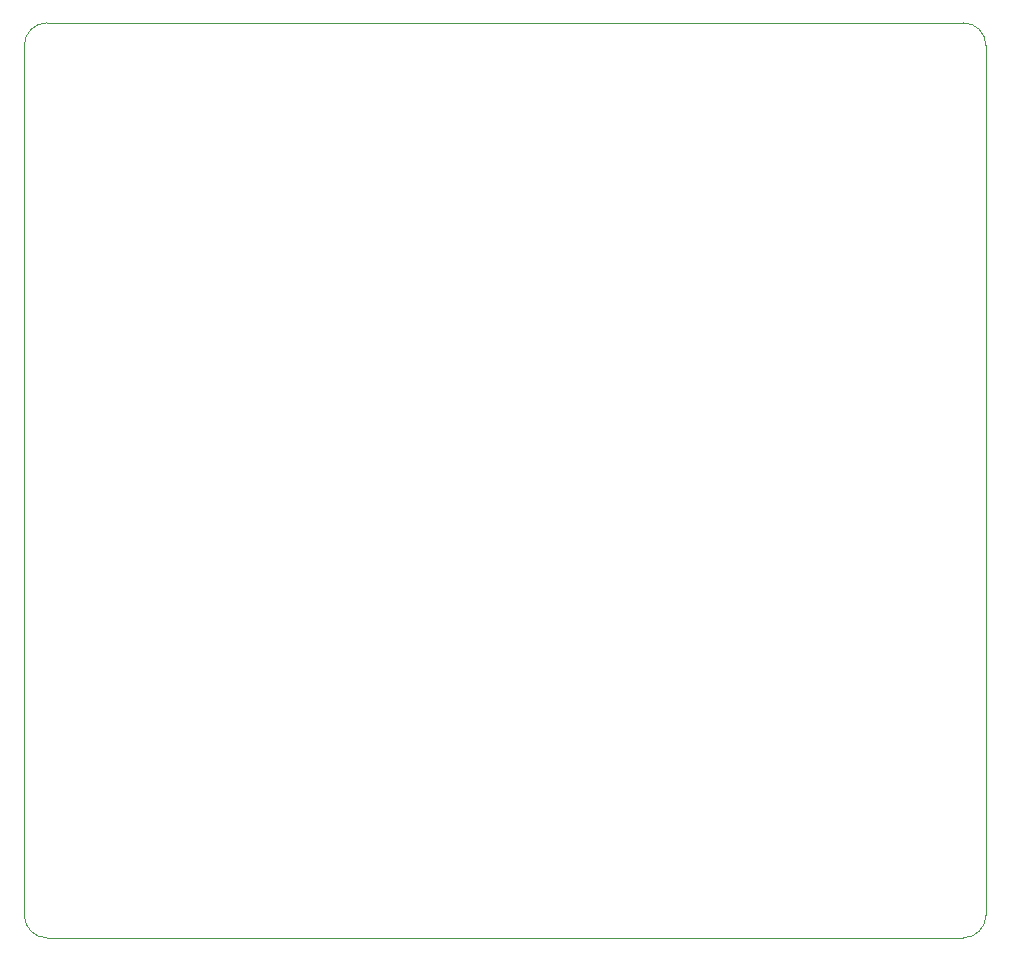
<source format=gbr>
G04 #@! TF.GenerationSoftware,KiCad,Pcbnew,(5.1.5)-3*
G04 #@! TF.CreationDate,2021-04-15T16:15:46-07:00*
G04 #@! TF.ProjectId,BattEval,42617474-4576-4616-9c2e-6b696361645f,rev?*
G04 #@! TF.SameCoordinates,Original*
G04 #@! TF.FileFunction,Profile,NP*
%FSLAX46Y46*%
G04 Gerber Fmt 4.6, Leading zero omitted, Abs format (unit mm)*
G04 Created by KiCad (PCBNEW (5.1.5)-3) date 2021-04-15 16:15:46*
%MOMM*%
%LPD*%
G04 APERTURE LIST*
%ADD10C,0.050000*%
G04 APERTURE END LIST*
D10*
X198247000Y-66040000D02*
G75*
G02X200152000Y-67945000I0J-1905000D01*
G01*
X120650000Y-66040000D02*
X198247000Y-66040000D01*
X118745000Y-67945000D02*
G75*
G02X120650000Y-66040000I1905000J0D01*
G01*
X118745000Y-141605000D02*
X118745000Y-67945000D01*
X120650000Y-143510000D02*
G75*
G02X118745000Y-141605000I0J1905000D01*
G01*
X200152000Y-141605000D02*
X200152000Y-67945000D01*
X200152000Y-141605000D02*
G75*
G02X198247000Y-143510000I-1905000J0D01*
G01*
X120650000Y-143510000D02*
X198247000Y-143510000D01*
M02*

</source>
